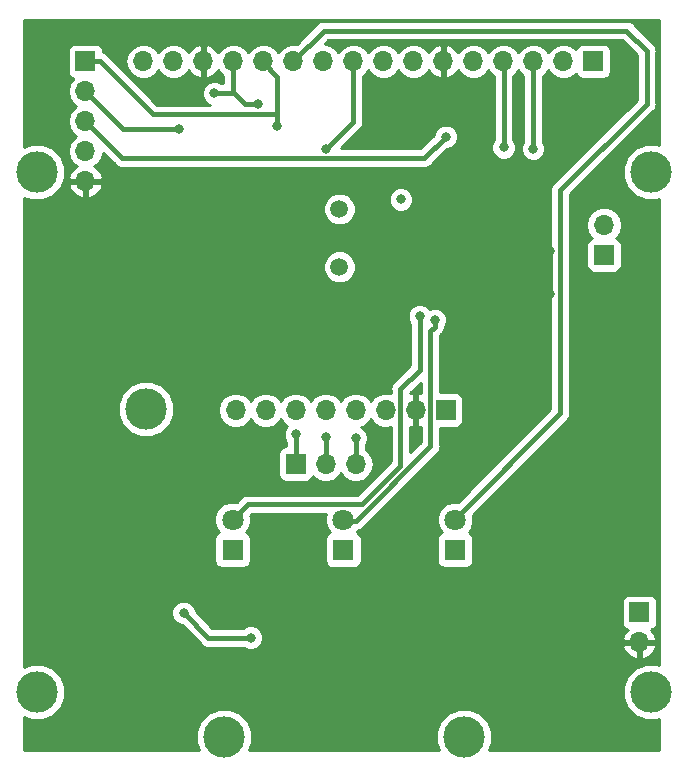
<source format=gbr>
G04 #@! TF.GenerationSoftware,KiCad,Pcbnew,(5.0.2)-1*
G04 #@! TF.CreationDate,2019-02-19T09:56:42+00:00*
G04 #@! TF.ProjectId,AircraftDataLogger,41697263-7261-4667-9444-6174614c6f67,rev?*
G04 #@! TF.SameCoordinates,Original*
G04 #@! TF.FileFunction,Copper,L2,Bot*
G04 #@! TF.FilePolarity,Positive*
%FSLAX46Y46*%
G04 Gerber Fmt 4.6, Leading zero omitted, Abs format (unit mm)*
G04 Created by KiCad (PCBNEW (5.0.2)-1) date 19/02/2019 09:56:42*
%MOMM*%
%LPD*%
G01*
G04 APERTURE LIST*
G04 #@! TA.AperFunction,ComponentPad*
%ADD10C,3.500000*%
G04 #@! TD*
G04 #@! TA.AperFunction,ComponentPad*
%ADD11C,1.800000*%
G04 #@! TD*
G04 #@! TA.AperFunction,ComponentPad*
%ADD12R,1.800000X1.800000*%
G04 #@! TD*
G04 #@! TA.AperFunction,ComponentPad*
%ADD13R,1.700000X1.700000*%
G04 #@! TD*
G04 #@! TA.AperFunction,ComponentPad*
%ADD14O,1.700000X1.700000*%
G04 #@! TD*
G04 #@! TA.AperFunction,ComponentPad*
%ADD15C,1.500000*%
G04 #@! TD*
G04 #@! TA.AperFunction,ViaPad*
%ADD16C,0.800000*%
G04 #@! TD*
G04 #@! TA.AperFunction,Conductor*
%ADD17C,0.400000*%
G04 #@! TD*
G04 #@! TA.AperFunction,Conductor*
%ADD18C,0.254000*%
G04 #@! TD*
G04 APERTURE END LIST*
D10*
G04 #@! TO.P,TL,1*
G04 #@! TO.N,N/C*
X52200000Y-59000000D03*
G04 #@! TD*
G04 #@! TO.P,uSDR,1*
G04 #@! TO.N,N/C*
X88360000Y-106800000D03*
G04 #@! TD*
G04 #@! TO.P,uSDL,1*
G04 #@! TO.N,N/C*
X68040000Y-106800000D03*
G04 #@! TD*
G04 #@! TO.P,BL,1*
G04 #@! TO.N,N/C*
X104200000Y-103000000D03*
G04 #@! TD*
G04 #@! TO.P,TR,1*
G04 #@! TO.N,N/C*
X104200000Y-59000000D03*
G04 #@! TD*
G04 #@! TO.P,GPS,1*
G04 #@! TO.N,N/C*
X61400000Y-79060000D03*
G04 #@! TD*
D11*
G04 #@! TO.P,D1,2*
G04 #@! TO.N,FIX*
X87600000Y-88410000D03*
D12*
G04 #@! TO.P,D1,1*
G04 #@! TO.N,Net-(D1-Pad1)*
X87600000Y-90950000D03*
G04 #@! TD*
G04 #@! TO.P,D2,1*
G04 #@! TO.N,Net-(D2-Pad1)*
X68750000Y-90950000D03*
D11*
G04 #@! TO.P,D2,2*
G04 #@! TO.N,STABLE*
X68750000Y-88410000D03*
G04 #@! TD*
D12*
G04 #@! TO.P,D3,1*
G04 #@! TO.N,Net-(D3-Pad1)*
X78124000Y-90964600D03*
D11*
G04 #@! TO.P,D3,2*
G04 #@! TO.N,REC*
X78124000Y-88424600D03*
G04 #@! TD*
D13*
G04 #@! TO.P,J1,1*
G04 #@! TO.N,Net-(J1-Pad1)*
X86800000Y-79130000D03*
D14*
G04 #@! TO.P,J1,2*
G04 #@! TO.N,GND*
X84260000Y-79130000D03*
G04 #@! TO.P,J1,3*
G04 #@! TO.N,3V3*
X81720000Y-79130000D03*
G04 #@! TO.P,J1,4*
G04 #@! TO.N,SCK*
X79180000Y-79130000D03*
G04 #@! TO.P,J1,5*
G04 #@! TO.N,MISO*
X76640000Y-79130000D03*
G04 #@! TO.P,J1,6*
G04 #@! TO.N,MOSI*
X74100000Y-79130000D03*
G04 #@! TO.P,J1,7*
G04 #@! TO.N,CS*
X71560000Y-79130000D03*
G04 #@! TO.P,J1,8*
G04 #@! TO.N,Net-(J1-Pad8)*
X69020000Y-79130000D03*
G04 #@! TD*
D15*
G04 #@! TO.P,Y1,1*
G04 #@! TO.N,Net-(C2-Pad2)*
X77800000Y-67000000D03*
G04 #@! TO.P,Y1,2*
G04 #@! TO.N,Net-(C1-Pad2)*
X77800000Y-62120000D03*
G04 #@! TD*
D10*
G04 #@! TO.P,BL,1*
G04 #@! TO.N,N/C*
X52200000Y-103000000D03*
G04 #@! TD*
D13*
G04 #@! TO.P,J2,1*
G04 #@! TO.N,Net-(J2-Pad1)*
X99300000Y-49600000D03*
D14*
G04 #@! TO.P,J2,2*
G04 #@! TO.N,Net-(J2-Pad2)*
X96760000Y-49600000D03*
G04 #@! TO.P,J2,3*
G04 #@! TO.N,SDA*
X94220000Y-49600000D03*
G04 #@! TO.P,J2,4*
G04 #@! TO.N,SCL*
X91680000Y-49600000D03*
G04 #@! TO.P,J2,5*
G04 #@! TO.N,3V3*
X89140000Y-49600000D03*
G04 #@! TO.P,J2,6*
G04 #@! TO.N,GND*
X86600000Y-49600000D03*
G04 #@! TO.P,J2,7*
G04 #@! TO.N,Net-(J2-Pad7)*
X84060000Y-49600000D03*
G04 #@! TO.P,J2,8*
G04 #@! TO.N,3V3*
X81520000Y-49600000D03*
G04 #@! TO.P,J2,9*
G04 #@! TO.N,ENABLE*
X78980000Y-49600000D03*
G04 #@! TO.P,J2,10*
G04 #@! TO.N,Net-(J2-Pad10)*
X76440000Y-49600000D03*
G04 #@! TO.P,J2,11*
G04 #@! TO.N,FIX*
X73900000Y-49600000D03*
G04 #@! TO.P,J2,12*
G04 #@! TO.N,TXD*
X71360000Y-49600000D03*
G04 #@! TO.P,J2,13*
G04 #@! TO.N,RXD*
X68820000Y-49600000D03*
G04 #@! TO.P,J2,14*
G04 #@! TO.N,GND*
X66280000Y-49600000D03*
G04 #@! TO.P,J2,15*
G04 #@! TO.N,Net-(J2-Pad15)*
X63740000Y-49600000D03*
G04 #@! TO.P,J2,16*
G04 #@! TO.N,Net-(J2-Pad16)*
X61200000Y-49600000D03*
G04 #@! TD*
G04 #@! TO.P,J4,2*
G04 #@! TO.N,Net-(J4-Pad2)*
X100200000Y-63460000D03*
D13*
G04 #@! TO.P,J4,1*
G04 #@! TO.N,3V3*
X100200000Y-66000000D03*
G04 #@! TD*
G04 #@! TO.P,J5,1*
G04 #@! TO.N,+9V*
X103200000Y-96260000D03*
D14*
G04 #@! TO.P,J5,2*
G04 #@! TO.N,GND*
X103200000Y-98800000D03*
G04 #@! TD*
D13*
G04 #@! TO.P,J6,1*
G04 #@! TO.N,MOSI*
X74100000Y-83700000D03*
D14*
G04 #@! TO.P,J6,2*
G04 #@! TO.N,MISO*
X76640000Y-83700000D03*
G04 #@! TO.P,J6,3*
G04 #@! TO.N,SCK*
X79180000Y-83700000D03*
G04 #@! TD*
D13*
G04 #@! TO.P,J3,1*
G04 #@! TO.N,TXD*
X56300000Y-49600000D03*
D14*
G04 #@! TO.P,J3,2*
G04 #@! TO.N,RXD*
X56300000Y-52140000D03*
G04 #@! TO.P,J3,3*
G04 #@! TO.N,RESET*
X56300000Y-54680000D03*
G04 #@! TO.P,J3,4*
G04 #@! TO.N,5V*
X56300000Y-57220000D03*
G04 #@! TO.P,J3,5*
G04 #@! TO.N,GND*
X56300000Y-59760000D03*
G04 #@! TD*
D16*
G04 #@! TO.N,GND*
X95500000Y-99100000D03*
X64000000Y-98400000D03*
X70500000Y-64300000D03*
X95600000Y-65700000D03*
X95600000Y-69300000D03*
X100200000Y-72900000D03*
X82700000Y-63600000D03*
X97000000Y-83800000D03*
G04 #@! TO.N,3V3*
X83000000Y-61300000D03*
G04 #@! TO.N,STABLE*
X84600000Y-71200000D03*
G04 #@! TO.N,REC*
X85900000Y-71500000D03*
G04 #@! TO.N,RXD*
X70900000Y-53200000D03*
X64200000Y-55300000D03*
X67200000Y-52300000D03*
G04 #@! TO.N,TXD*
X72500000Y-55100000D03*
G04 #@! TO.N,MOSI*
X74100000Y-81200000D03*
G04 #@! TO.N,MISO*
X76700000Y-81400000D03*
G04 #@! TO.N,SCK*
X79200000Y-81500000D03*
G04 #@! TO.N,SDA*
X94200000Y-57000000D03*
G04 #@! TO.N,SCL*
X91700000Y-56900000D03*
G04 #@! TO.N,ENABLE*
X76700000Y-57000000D03*
X64600000Y-96300000D03*
X70300000Y-98400000D03*
G04 #@! TO.N,RESET*
X86800000Y-56000000D03*
G04 #@! TD*
D17*
G04 #@! TO.N,GND*
X69934315Y-64300000D02*
X67134315Y-67100000D01*
X70500000Y-64300000D02*
X69934315Y-64300000D01*
X67134315Y-67100000D02*
X56600000Y-67100000D01*
X95600000Y-65700000D02*
X95600000Y-66265685D01*
X95600000Y-66265685D02*
X95600000Y-69300000D01*
G04 #@! TO.N,FIX*
X73900000Y-49600000D02*
X76500000Y-47000000D01*
X76500000Y-47000000D02*
X102100000Y-47000000D01*
X102100000Y-47000000D02*
X103800000Y-48700000D01*
X103800000Y-48700000D02*
X103800000Y-53200000D01*
X103800000Y-53200000D02*
X96500000Y-60500000D01*
X96500000Y-60500000D02*
X96500000Y-79400000D01*
X96500000Y-79400000D02*
X87500000Y-88400000D01*
G04 #@! TO.N,STABLE*
X70035401Y-87124599D02*
X79675401Y-87124599D01*
X68750000Y-88410000D02*
X70035401Y-87124599D01*
X82970001Y-83829999D02*
X82970001Y-77329999D01*
X79675401Y-87124599D02*
X82970001Y-83829999D01*
X82970001Y-77329999D02*
X84600000Y-75700000D01*
X84600000Y-75700000D02*
X84600000Y-71200000D01*
G04 #@! TO.N,REC*
X85510001Y-72455684D02*
X85510001Y-82189999D01*
X85900000Y-71500000D02*
X85900000Y-72065685D01*
X85900000Y-72065685D02*
X85510001Y-72455684D01*
X85510001Y-82189999D02*
X79200000Y-88500000D01*
X79200000Y-88500000D02*
X78200000Y-88500000D01*
X78200000Y-88500000D02*
X78100000Y-88400000D01*
G04 #@! TO.N,RXD*
X70900000Y-53200000D02*
X69800000Y-53200000D01*
X69800000Y-53200000D02*
X68800000Y-52200000D01*
X68800000Y-52200000D02*
X68800000Y-49800000D01*
X56300000Y-52140000D02*
X59460000Y-55300000D01*
X59460000Y-55300000D02*
X64200000Y-55300000D01*
X68700000Y-52300000D02*
X68800000Y-52200000D01*
X67200000Y-52300000D02*
X68700000Y-52300000D01*
G04 #@! TO.N,TXD*
X72500000Y-50900000D02*
X71300000Y-49700000D01*
X62050000Y-54100000D02*
X72500000Y-54100000D01*
X57550000Y-49600000D02*
X62050000Y-54100000D01*
X56300000Y-49600000D02*
X57550000Y-49600000D01*
X72500000Y-55100000D02*
X72500000Y-54100000D01*
X72500000Y-54100000D02*
X72500000Y-50900000D01*
G04 #@! TO.N,MOSI*
X74100000Y-81200000D02*
X74100000Y-83700000D01*
G04 #@! TO.N,MISO*
X76700000Y-81400000D02*
X76700000Y-83600000D01*
X76700000Y-83600000D02*
X76600000Y-83700000D01*
G04 #@! TO.N,SCK*
X79200000Y-81500000D02*
X79200000Y-83700000D01*
G04 #@! TO.N,SDA*
X94200000Y-57000000D02*
X94200000Y-49600000D01*
G04 #@! TO.N,SCL*
X91700000Y-56900000D02*
X91700000Y-49700000D01*
G04 #@! TO.N,ENABLE*
X78980000Y-49600000D02*
X78980000Y-54720000D01*
X78980000Y-54720000D02*
X76700000Y-57000000D01*
X64600000Y-96300000D02*
X66700000Y-98400000D01*
X66700000Y-98400000D02*
X70300000Y-98400000D01*
G04 #@! TO.N,RESET*
X56300000Y-54680000D02*
X59420000Y-57800000D01*
X59420000Y-57800000D02*
X85000000Y-57800000D01*
X85000000Y-57800000D02*
X86800000Y-56000000D01*
G04 #@! TD*
D18*
G04 #@! TO.N,GND*
G36*
X104873000Y-56697261D02*
X104674406Y-56615000D01*
X103725594Y-56615000D01*
X102849006Y-56978095D01*
X102178095Y-57649006D01*
X101815000Y-58525594D01*
X101815000Y-59474406D01*
X102178095Y-60350994D01*
X102849006Y-61021905D01*
X103725594Y-61385000D01*
X104674406Y-61385000D01*
X104873000Y-61302739D01*
X104873000Y-100697260D01*
X104674406Y-100615000D01*
X103725594Y-100615000D01*
X102849006Y-100978095D01*
X102178095Y-101649006D01*
X101815000Y-102525594D01*
X101815000Y-103474406D01*
X102178095Y-104350994D01*
X102849006Y-105021905D01*
X103725594Y-105385000D01*
X104674406Y-105385000D01*
X104873000Y-105302740D01*
X104873000Y-107873000D01*
X90497054Y-107873000D01*
X90745000Y-107274406D01*
X90745000Y-106325594D01*
X90381905Y-105449006D01*
X89710994Y-104778095D01*
X88834406Y-104415000D01*
X87885594Y-104415000D01*
X87009006Y-104778095D01*
X86338095Y-105449006D01*
X85975000Y-106325594D01*
X85975000Y-107274406D01*
X86222946Y-107873000D01*
X70177054Y-107873000D01*
X70425000Y-107274406D01*
X70425000Y-106325594D01*
X70061905Y-105449006D01*
X69390994Y-104778095D01*
X68514406Y-104415000D01*
X67565594Y-104415000D01*
X66689006Y-104778095D01*
X66018095Y-105449006D01*
X65655000Y-106325594D01*
X65655000Y-107274406D01*
X65902946Y-107873000D01*
X51127000Y-107873000D01*
X51127000Y-105137054D01*
X51725594Y-105385000D01*
X52674406Y-105385000D01*
X53550994Y-105021905D01*
X54221905Y-104350994D01*
X54585000Y-103474406D01*
X54585000Y-102525594D01*
X54221905Y-101649006D01*
X53550994Y-100978095D01*
X52674406Y-100615000D01*
X51725594Y-100615000D01*
X51127000Y-100862946D01*
X51127000Y-96094126D01*
X63565000Y-96094126D01*
X63565000Y-96505874D01*
X63722569Y-96886280D01*
X64013720Y-97177431D01*
X64394126Y-97335000D01*
X64454133Y-97335000D01*
X66051417Y-98932285D01*
X66097999Y-99002001D01*
X66374199Y-99186552D01*
X66617763Y-99235000D01*
X66617766Y-99235000D01*
X66699999Y-99251357D01*
X66782232Y-99235000D01*
X69671289Y-99235000D01*
X69713720Y-99277431D01*
X70094126Y-99435000D01*
X70505874Y-99435000D01*
X70886280Y-99277431D01*
X71006821Y-99156890D01*
X101758524Y-99156890D01*
X101928355Y-99566924D01*
X102318642Y-99995183D01*
X102843108Y-100241486D01*
X103073000Y-100120819D01*
X103073000Y-98927000D01*
X103327000Y-98927000D01*
X103327000Y-100120819D01*
X103556892Y-100241486D01*
X104081358Y-99995183D01*
X104471645Y-99566924D01*
X104641476Y-99156890D01*
X104520155Y-98927000D01*
X103327000Y-98927000D01*
X103073000Y-98927000D01*
X101879845Y-98927000D01*
X101758524Y-99156890D01*
X71006821Y-99156890D01*
X71177431Y-98986280D01*
X71335000Y-98605874D01*
X71335000Y-98194126D01*
X71177431Y-97813720D01*
X70886280Y-97522569D01*
X70505874Y-97365000D01*
X70094126Y-97365000D01*
X69713720Y-97522569D01*
X69671289Y-97565000D01*
X67045869Y-97565000D01*
X65635000Y-96154133D01*
X65635000Y-96094126D01*
X65477431Y-95713720D01*
X65186280Y-95422569D01*
X65155936Y-95410000D01*
X101702560Y-95410000D01*
X101702560Y-97110000D01*
X101751843Y-97357765D01*
X101892191Y-97567809D01*
X102102235Y-97708157D01*
X102205708Y-97728739D01*
X101928355Y-98033076D01*
X101758524Y-98443110D01*
X101879845Y-98673000D01*
X103073000Y-98673000D01*
X103073000Y-98653000D01*
X103327000Y-98653000D01*
X103327000Y-98673000D01*
X104520155Y-98673000D01*
X104641476Y-98443110D01*
X104471645Y-98033076D01*
X104194292Y-97728739D01*
X104297765Y-97708157D01*
X104507809Y-97567809D01*
X104648157Y-97357765D01*
X104697440Y-97110000D01*
X104697440Y-95410000D01*
X104648157Y-95162235D01*
X104507809Y-94952191D01*
X104297765Y-94811843D01*
X104050000Y-94762560D01*
X102350000Y-94762560D01*
X102102235Y-94811843D01*
X101892191Y-94952191D01*
X101751843Y-95162235D01*
X101702560Y-95410000D01*
X65155936Y-95410000D01*
X64805874Y-95265000D01*
X64394126Y-95265000D01*
X64013720Y-95422569D01*
X63722569Y-95713720D01*
X63565000Y-96094126D01*
X51127000Y-96094126D01*
X51127000Y-90050000D01*
X67202560Y-90050000D01*
X67202560Y-91850000D01*
X67251843Y-92097765D01*
X67392191Y-92307809D01*
X67602235Y-92448157D01*
X67850000Y-92497440D01*
X69650000Y-92497440D01*
X69897765Y-92448157D01*
X70107809Y-92307809D01*
X70248157Y-92097765D01*
X70297440Y-91850000D01*
X70297440Y-90050000D01*
X70248157Y-89802235D01*
X70107809Y-89592191D01*
X69897765Y-89451843D01*
X69882092Y-89448725D01*
X70051310Y-89279507D01*
X70285000Y-88715330D01*
X70285000Y-88104670D01*
X70270706Y-88070162D01*
X70381269Y-87959599D01*
X76655138Y-87959599D01*
X76589000Y-88119270D01*
X76589000Y-88729930D01*
X76822690Y-89294107D01*
X76991908Y-89463325D01*
X76976235Y-89466443D01*
X76766191Y-89606791D01*
X76625843Y-89816835D01*
X76576560Y-90064600D01*
X76576560Y-91864600D01*
X76625843Y-92112365D01*
X76766191Y-92322409D01*
X76976235Y-92462757D01*
X77224000Y-92512040D01*
X79024000Y-92512040D01*
X79271765Y-92462757D01*
X79481809Y-92322409D01*
X79622157Y-92112365D01*
X79671440Y-91864600D01*
X79671440Y-90064600D01*
X79622157Y-89816835D01*
X79481809Y-89606791D01*
X79271765Y-89466443D01*
X79256092Y-89463325D01*
X79409789Y-89309628D01*
X79525801Y-89286552D01*
X79802001Y-89102001D01*
X79848587Y-89032280D01*
X86042284Y-82838584D01*
X86112002Y-82792000D01*
X86296553Y-82515800D01*
X86345001Y-82272236D01*
X86345001Y-82272232D01*
X86361358Y-82189999D01*
X86345001Y-82107766D01*
X86345001Y-80627440D01*
X87650000Y-80627440D01*
X87897765Y-80578157D01*
X88107809Y-80437809D01*
X88248157Y-80227765D01*
X88297440Y-79980000D01*
X88297440Y-78280000D01*
X88248157Y-78032235D01*
X88107809Y-77822191D01*
X87897765Y-77681843D01*
X87650000Y-77632560D01*
X86345001Y-77632560D01*
X86345001Y-72801551D01*
X86432280Y-72714272D01*
X86502001Y-72667686D01*
X86686552Y-72391486D01*
X86735000Y-72147922D01*
X86739770Y-72123941D01*
X86777431Y-72086280D01*
X86935000Y-71705874D01*
X86935000Y-71294126D01*
X86777431Y-70913720D01*
X86486280Y-70622569D01*
X86105874Y-70465000D01*
X85694126Y-70465000D01*
X85435738Y-70572027D01*
X85186280Y-70322569D01*
X84805874Y-70165000D01*
X84394126Y-70165000D01*
X84013720Y-70322569D01*
X83722569Y-70613720D01*
X83565000Y-70994126D01*
X83565000Y-71405874D01*
X83722569Y-71786280D01*
X83765001Y-71828712D01*
X83765000Y-75354132D01*
X82437719Y-76681414D01*
X82368001Y-76727998D01*
X82321417Y-76797716D01*
X82183449Y-77004199D01*
X82118644Y-77329999D01*
X82135002Y-77412237D01*
X82135002Y-77698457D01*
X81866256Y-77645000D01*
X81573744Y-77645000D01*
X81140582Y-77731161D01*
X80649375Y-78059375D01*
X80450000Y-78357761D01*
X80250625Y-78059375D01*
X79759418Y-77731161D01*
X79326256Y-77645000D01*
X79033744Y-77645000D01*
X78600582Y-77731161D01*
X78109375Y-78059375D01*
X77910000Y-78357761D01*
X77710625Y-78059375D01*
X77219418Y-77731161D01*
X76786256Y-77645000D01*
X76493744Y-77645000D01*
X76060582Y-77731161D01*
X75569375Y-78059375D01*
X75370000Y-78357761D01*
X75170625Y-78059375D01*
X74679418Y-77731161D01*
X74246256Y-77645000D01*
X73953744Y-77645000D01*
X73520582Y-77731161D01*
X73029375Y-78059375D01*
X72830000Y-78357761D01*
X72630625Y-78059375D01*
X72139418Y-77731161D01*
X71706256Y-77645000D01*
X71413744Y-77645000D01*
X70980582Y-77731161D01*
X70489375Y-78059375D01*
X70290000Y-78357761D01*
X70090625Y-78059375D01*
X69599418Y-77731161D01*
X69166256Y-77645000D01*
X68873744Y-77645000D01*
X68440582Y-77731161D01*
X67949375Y-78059375D01*
X67621161Y-78550582D01*
X67505908Y-79130000D01*
X67621161Y-79709418D01*
X67949375Y-80200625D01*
X68440582Y-80528839D01*
X68873744Y-80615000D01*
X69166256Y-80615000D01*
X69599418Y-80528839D01*
X70090625Y-80200625D01*
X70290000Y-79902239D01*
X70489375Y-80200625D01*
X70980582Y-80528839D01*
X71413744Y-80615000D01*
X71706256Y-80615000D01*
X72139418Y-80528839D01*
X72630625Y-80200625D01*
X72830000Y-79902239D01*
X73029375Y-80200625D01*
X73392819Y-80443470D01*
X73222569Y-80613720D01*
X73065000Y-80994126D01*
X73065000Y-81405874D01*
X73222569Y-81786280D01*
X73265000Y-81828711D01*
X73265000Y-82202560D01*
X73250000Y-82202560D01*
X73002235Y-82251843D01*
X72792191Y-82392191D01*
X72651843Y-82602235D01*
X72602560Y-82850000D01*
X72602560Y-84550000D01*
X72651843Y-84797765D01*
X72792191Y-85007809D01*
X73002235Y-85148157D01*
X73250000Y-85197440D01*
X74950000Y-85197440D01*
X75197765Y-85148157D01*
X75407809Y-85007809D01*
X75548157Y-84797765D01*
X75557184Y-84752381D01*
X75569375Y-84770625D01*
X76060582Y-85098839D01*
X76493744Y-85185000D01*
X76786256Y-85185000D01*
X77219418Y-85098839D01*
X77710625Y-84770625D01*
X77910000Y-84472239D01*
X78109375Y-84770625D01*
X78600582Y-85098839D01*
X79033744Y-85185000D01*
X79326256Y-85185000D01*
X79759418Y-85098839D01*
X80250625Y-84770625D01*
X80578839Y-84279418D01*
X80694092Y-83700000D01*
X80578839Y-83120582D01*
X80250625Y-82629375D01*
X80035000Y-82485299D01*
X80035000Y-82128711D01*
X80077431Y-82086280D01*
X80235000Y-81705874D01*
X80235000Y-81294126D01*
X80077431Y-80913720D01*
X79786280Y-80622569D01*
X79624693Y-80555637D01*
X79759418Y-80528839D01*
X80250625Y-80200625D01*
X80450000Y-79902239D01*
X80649375Y-80200625D01*
X81140582Y-80528839D01*
X81573744Y-80615000D01*
X81866256Y-80615000D01*
X82135002Y-80561543D01*
X82135001Y-83484131D01*
X79329534Y-86289599D01*
X70117638Y-86289599D01*
X70035401Y-86273241D01*
X69953164Y-86289599D01*
X69709600Y-86338047D01*
X69433400Y-86522598D01*
X69386816Y-86592316D01*
X69089838Y-86889294D01*
X69055330Y-86875000D01*
X68444670Y-86875000D01*
X67880493Y-87108690D01*
X67448690Y-87540493D01*
X67215000Y-88104670D01*
X67215000Y-88715330D01*
X67448690Y-89279507D01*
X67617908Y-89448725D01*
X67602235Y-89451843D01*
X67392191Y-89592191D01*
X67251843Y-89802235D01*
X67202560Y-90050000D01*
X51127000Y-90050000D01*
X51127000Y-78585594D01*
X59015000Y-78585594D01*
X59015000Y-79534406D01*
X59378095Y-80410994D01*
X60049006Y-81081905D01*
X60925594Y-81445000D01*
X61874406Y-81445000D01*
X62750994Y-81081905D01*
X63421905Y-80410994D01*
X63785000Y-79534406D01*
X63785000Y-78585594D01*
X63421905Y-77709006D01*
X62750994Y-77038095D01*
X61874406Y-76675000D01*
X60925594Y-76675000D01*
X60049006Y-77038095D01*
X59378095Y-77709006D01*
X59015000Y-78585594D01*
X51127000Y-78585594D01*
X51127000Y-66724506D01*
X76415000Y-66724506D01*
X76415000Y-67275494D01*
X76625853Y-67784540D01*
X77015460Y-68174147D01*
X77524506Y-68385000D01*
X78075494Y-68385000D01*
X78584540Y-68174147D01*
X78974147Y-67784540D01*
X79185000Y-67275494D01*
X79185000Y-66724506D01*
X78974147Y-66215460D01*
X78584540Y-65825853D01*
X78075494Y-65615000D01*
X77524506Y-65615000D01*
X77015460Y-65825853D01*
X76625853Y-66215460D01*
X76415000Y-66724506D01*
X51127000Y-66724506D01*
X51127000Y-61844506D01*
X76415000Y-61844506D01*
X76415000Y-62395494D01*
X76625853Y-62904540D01*
X77015460Y-63294147D01*
X77524506Y-63505000D01*
X78075494Y-63505000D01*
X78584540Y-63294147D01*
X78974147Y-62904540D01*
X79185000Y-62395494D01*
X79185000Y-61844506D01*
X78974147Y-61335460D01*
X78732813Y-61094126D01*
X81965000Y-61094126D01*
X81965000Y-61505874D01*
X82122569Y-61886280D01*
X82413720Y-62177431D01*
X82794126Y-62335000D01*
X83205874Y-62335000D01*
X83586280Y-62177431D01*
X83877431Y-61886280D01*
X84035000Y-61505874D01*
X84035000Y-61094126D01*
X83877431Y-60713720D01*
X83586280Y-60422569D01*
X83205874Y-60265000D01*
X82794126Y-60265000D01*
X82413720Y-60422569D01*
X82122569Y-60713720D01*
X81965000Y-61094126D01*
X78732813Y-61094126D01*
X78584540Y-60945853D01*
X78075494Y-60735000D01*
X77524506Y-60735000D01*
X77015460Y-60945853D01*
X76625853Y-61335460D01*
X76415000Y-61844506D01*
X51127000Y-61844506D01*
X51127000Y-61137054D01*
X51725594Y-61385000D01*
X52674406Y-61385000D01*
X53550994Y-61021905D01*
X54221905Y-60350994D01*
X54318874Y-60116890D01*
X54858524Y-60116890D01*
X55028355Y-60526924D01*
X55418642Y-60955183D01*
X55943108Y-61201486D01*
X56173000Y-61080819D01*
X56173000Y-59887000D01*
X56427000Y-59887000D01*
X56427000Y-61080819D01*
X56656892Y-61201486D01*
X57181358Y-60955183D01*
X57571645Y-60526924D01*
X57741476Y-60116890D01*
X57620155Y-59887000D01*
X56427000Y-59887000D01*
X56173000Y-59887000D01*
X54979845Y-59887000D01*
X54858524Y-60116890D01*
X54318874Y-60116890D01*
X54585000Y-59474406D01*
X54585000Y-58525594D01*
X54221905Y-57649006D01*
X53550994Y-56978095D01*
X52674406Y-56615000D01*
X51725594Y-56615000D01*
X51127000Y-56862946D01*
X51127000Y-52140000D01*
X54785908Y-52140000D01*
X54901161Y-52719418D01*
X55229375Y-53210625D01*
X55527761Y-53410000D01*
X55229375Y-53609375D01*
X54901161Y-54100582D01*
X54785908Y-54680000D01*
X54901161Y-55259418D01*
X55229375Y-55750625D01*
X55527761Y-55950000D01*
X55229375Y-56149375D01*
X54901161Y-56640582D01*
X54785908Y-57220000D01*
X54901161Y-57799418D01*
X55229375Y-58290625D01*
X55548478Y-58503843D01*
X55418642Y-58564817D01*
X55028355Y-58993076D01*
X54858524Y-59403110D01*
X54979845Y-59633000D01*
X56173000Y-59633000D01*
X56173000Y-59613000D01*
X56427000Y-59613000D01*
X56427000Y-59633000D01*
X57620155Y-59633000D01*
X57741476Y-59403110D01*
X57571645Y-58993076D01*
X57181358Y-58564817D01*
X57051522Y-58503843D01*
X57370625Y-58290625D01*
X57698839Y-57799418D01*
X57788383Y-57349251D01*
X58771417Y-58332286D01*
X58817999Y-58402001D01*
X59094199Y-58586552D01*
X59337763Y-58635000D01*
X59337766Y-58635000D01*
X59419999Y-58651357D01*
X59502232Y-58635000D01*
X84917767Y-58635000D01*
X85000000Y-58651357D01*
X85082233Y-58635000D01*
X85082237Y-58635000D01*
X85325801Y-58586552D01*
X85602001Y-58402001D01*
X85648587Y-58332280D01*
X86945868Y-57035000D01*
X87005874Y-57035000D01*
X87386280Y-56877431D01*
X87677431Y-56586280D01*
X87835000Y-56205874D01*
X87835000Y-55794126D01*
X87677431Y-55413720D01*
X87386280Y-55122569D01*
X87005874Y-54965000D01*
X86594126Y-54965000D01*
X86213720Y-55122569D01*
X85922569Y-55413720D01*
X85765000Y-55794126D01*
X85765000Y-55854132D01*
X84654133Y-56965000D01*
X77915867Y-56965000D01*
X79512283Y-55368585D01*
X79582001Y-55322001D01*
X79766552Y-55045801D01*
X79815000Y-54802237D01*
X79831358Y-54720000D01*
X79815000Y-54637763D01*
X79815000Y-50828065D01*
X80050625Y-50670625D01*
X80250000Y-50372239D01*
X80449375Y-50670625D01*
X80940582Y-50998839D01*
X81373744Y-51085000D01*
X81666256Y-51085000D01*
X82099418Y-50998839D01*
X82590625Y-50670625D01*
X82790000Y-50372239D01*
X82989375Y-50670625D01*
X83480582Y-50998839D01*
X83913744Y-51085000D01*
X84206256Y-51085000D01*
X84639418Y-50998839D01*
X85130625Y-50670625D01*
X85343843Y-50351522D01*
X85404817Y-50481358D01*
X85833076Y-50871645D01*
X86243110Y-51041476D01*
X86473000Y-50920155D01*
X86473000Y-49727000D01*
X86453000Y-49727000D01*
X86453000Y-49473000D01*
X86473000Y-49473000D01*
X86473000Y-48279845D01*
X86727000Y-48279845D01*
X86727000Y-49473000D01*
X86747000Y-49473000D01*
X86747000Y-49727000D01*
X86727000Y-49727000D01*
X86727000Y-50920155D01*
X86956890Y-51041476D01*
X87366924Y-50871645D01*
X87795183Y-50481358D01*
X87856157Y-50351522D01*
X88069375Y-50670625D01*
X88560582Y-50998839D01*
X88993744Y-51085000D01*
X89286256Y-51085000D01*
X89719418Y-50998839D01*
X90210625Y-50670625D01*
X90410000Y-50372239D01*
X90609375Y-50670625D01*
X90865001Y-50841429D01*
X90865000Y-56271289D01*
X90822569Y-56313720D01*
X90665000Y-56694126D01*
X90665000Y-57105874D01*
X90822569Y-57486280D01*
X91113720Y-57777431D01*
X91494126Y-57935000D01*
X91905874Y-57935000D01*
X92286280Y-57777431D01*
X92577431Y-57486280D01*
X92735000Y-57105874D01*
X92735000Y-56694126D01*
X92577431Y-56313720D01*
X92535000Y-56271289D01*
X92535000Y-50814701D01*
X92750625Y-50670625D01*
X92950000Y-50372239D01*
X93149375Y-50670625D01*
X93365001Y-50814702D01*
X93365000Y-56371289D01*
X93322569Y-56413720D01*
X93165000Y-56794126D01*
X93165000Y-57205874D01*
X93322569Y-57586280D01*
X93613720Y-57877431D01*
X93994126Y-58035000D01*
X94405874Y-58035000D01*
X94786280Y-57877431D01*
X95077431Y-57586280D01*
X95235000Y-57205874D01*
X95235000Y-56794126D01*
X95077431Y-56413720D01*
X95035000Y-56371289D01*
X95035000Y-50841428D01*
X95290625Y-50670625D01*
X95490000Y-50372239D01*
X95689375Y-50670625D01*
X96180582Y-50998839D01*
X96613744Y-51085000D01*
X96906256Y-51085000D01*
X97339418Y-50998839D01*
X97830625Y-50670625D01*
X97842816Y-50652381D01*
X97851843Y-50697765D01*
X97992191Y-50907809D01*
X98202235Y-51048157D01*
X98450000Y-51097440D01*
X100150000Y-51097440D01*
X100397765Y-51048157D01*
X100607809Y-50907809D01*
X100748157Y-50697765D01*
X100797440Y-50450000D01*
X100797440Y-48750000D01*
X100748157Y-48502235D01*
X100607809Y-48292191D01*
X100397765Y-48151843D01*
X100150000Y-48102560D01*
X98450000Y-48102560D01*
X98202235Y-48151843D01*
X97992191Y-48292191D01*
X97851843Y-48502235D01*
X97842816Y-48547619D01*
X97830625Y-48529375D01*
X97339418Y-48201161D01*
X96906256Y-48115000D01*
X96613744Y-48115000D01*
X96180582Y-48201161D01*
X95689375Y-48529375D01*
X95490000Y-48827761D01*
X95290625Y-48529375D01*
X94799418Y-48201161D01*
X94366256Y-48115000D01*
X94073744Y-48115000D01*
X93640582Y-48201161D01*
X93149375Y-48529375D01*
X92950000Y-48827761D01*
X92750625Y-48529375D01*
X92259418Y-48201161D01*
X91826256Y-48115000D01*
X91533744Y-48115000D01*
X91100582Y-48201161D01*
X90609375Y-48529375D01*
X90410000Y-48827761D01*
X90210625Y-48529375D01*
X89719418Y-48201161D01*
X89286256Y-48115000D01*
X88993744Y-48115000D01*
X88560582Y-48201161D01*
X88069375Y-48529375D01*
X87856157Y-48848478D01*
X87795183Y-48718642D01*
X87366924Y-48328355D01*
X86956890Y-48158524D01*
X86727000Y-48279845D01*
X86473000Y-48279845D01*
X86243110Y-48158524D01*
X85833076Y-48328355D01*
X85404817Y-48718642D01*
X85343843Y-48848478D01*
X85130625Y-48529375D01*
X84639418Y-48201161D01*
X84206256Y-48115000D01*
X83913744Y-48115000D01*
X83480582Y-48201161D01*
X82989375Y-48529375D01*
X82790000Y-48827761D01*
X82590625Y-48529375D01*
X82099418Y-48201161D01*
X81666256Y-48115000D01*
X81373744Y-48115000D01*
X80940582Y-48201161D01*
X80449375Y-48529375D01*
X80250000Y-48827761D01*
X80050625Y-48529375D01*
X79559418Y-48201161D01*
X79126256Y-48115000D01*
X78833744Y-48115000D01*
X78400582Y-48201161D01*
X77909375Y-48529375D01*
X77710000Y-48827761D01*
X77510625Y-48529375D01*
X77019418Y-48201161D01*
X76586256Y-48115000D01*
X76565869Y-48115000D01*
X76845869Y-47835000D01*
X101754133Y-47835000D01*
X102965000Y-49045868D01*
X102965001Y-52854131D01*
X95967720Y-59851413D01*
X95897999Y-59897999D01*
X95713448Y-60174200D01*
X95665000Y-60417764D01*
X95665000Y-60417767D01*
X95648643Y-60500000D01*
X95665000Y-60582233D01*
X95665001Y-79054131D01*
X87844133Y-86875000D01*
X87294670Y-86875000D01*
X86730493Y-87108690D01*
X86298690Y-87540493D01*
X86065000Y-88104670D01*
X86065000Y-88715330D01*
X86298690Y-89279507D01*
X86467908Y-89448725D01*
X86452235Y-89451843D01*
X86242191Y-89592191D01*
X86101843Y-89802235D01*
X86052560Y-90050000D01*
X86052560Y-91850000D01*
X86101843Y-92097765D01*
X86242191Y-92307809D01*
X86452235Y-92448157D01*
X86700000Y-92497440D01*
X88500000Y-92497440D01*
X88747765Y-92448157D01*
X88957809Y-92307809D01*
X89098157Y-92097765D01*
X89147440Y-91850000D01*
X89147440Y-90050000D01*
X89098157Y-89802235D01*
X88957809Y-89592191D01*
X88747765Y-89451843D01*
X88732092Y-89448725D01*
X88901310Y-89279507D01*
X89135000Y-88715330D01*
X89135000Y-88104670D01*
X89088488Y-87992379D01*
X97032283Y-80048585D01*
X97102001Y-80002001D01*
X97286552Y-79725801D01*
X97335000Y-79482237D01*
X97335000Y-79482234D01*
X97351357Y-79400001D01*
X97335000Y-79317768D01*
X97335000Y-63460000D01*
X98685908Y-63460000D01*
X98801161Y-64039418D01*
X99129375Y-64530625D01*
X99147619Y-64542816D01*
X99102235Y-64551843D01*
X98892191Y-64692191D01*
X98751843Y-64902235D01*
X98702560Y-65150000D01*
X98702560Y-66850000D01*
X98751843Y-67097765D01*
X98892191Y-67307809D01*
X99102235Y-67448157D01*
X99350000Y-67497440D01*
X101050000Y-67497440D01*
X101297765Y-67448157D01*
X101507809Y-67307809D01*
X101648157Y-67097765D01*
X101697440Y-66850000D01*
X101697440Y-65150000D01*
X101648157Y-64902235D01*
X101507809Y-64692191D01*
X101297765Y-64551843D01*
X101252381Y-64542816D01*
X101270625Y-64530625D01*
X101598839Y-64039418D01*
X101714092Y-63460000D01*
X101598839Y-62880582D01*
X101270625Y-62389375D01*
X100779418Y-62061161D01*
X100346256Y-61975000D01*
X100053744Y-61975000D01*
X99620582Y-62061161D01*
X99129375Y-62389375D01*
X98801161Y-62880582D01*
X98685908Y-63460000D01*
X97335000Y-63460000D01*
X97335000Y-60845867D01*
X104332283Y-53848585D01*
X104402001Y-53802001D01*
X104586552Y-53525801D01*
X104635000Y-53282237D01*
X104635000Y-53282234D01*
X104651357Y-53200001D01*
X104635000Y-53117768D01*
X104635000Y-48782232D01*
X104651357Y-48699999D01*
X104635000Y-48617764D01*
X104635000Y-48617763D01*
X104586552Y-48374199D01*
X104402001Y-48097999D01*
X104332283Y-48051415D01*
X102748587Y-46467720D01*
X102702001Y-46397999D01*
X102425801Y-46213448D01*
X102182237Y-46165000D01*
X102182233Y-46165000D01*
X102100000Y-46148643D01*
X102017767Y-46165000D01*
X76582232Y-46165000D01*
X76499999Y-46148643D01*
X76417766Y-46165000D01*
X76417763Y-46165000D01*
X76174199Y-46213448D01*
X75897999Y-46397999D01*
X75851417Y-46467715D01*
X74177939Y-48141193D01*
X74046256Y-48115000D01*
X73753744Y-48115000D01*
X73320582Y-48201161D01*
X72829375Y-48529375D01*
X72630000Y-48827761D01*
X72430625Y-48529375D01*
X71939418Y-48201161D01*
X71506256Y-48115000D01*
X71213744Y-48115000D01*
X70780582Y-48201161D01*
X70289375Y-48529375D01*
X70090000Y-48827761D01*
X69890625Y-48529375D01*
X69399418Y-48201161D01*
X68966256Y-48115000D01*
X68673744Y-48115000D01*
X68240582Y-48201161D01*
X67749375Y-48529375D01*
X67536157Y-48848478D01*
X67475183Y-48718642D01*
X67046924Y-48328355D01*
X66636890Y-48158524D01*
X66407000Y-48279845D01*
X66407000Y-49473000D01*
X66427000Y-49473000D01*
X66427000Y-49727000D01*
X66407000Y-49727000D01*
X66407000Y-50920155D01*
X66636890Y-51041476D01*
X67046924Y-50871645D01*
X67475183Y-50481358D01*
X67536157Y-50351522D01*
X67749375Y-50670625D01*
X67965001Y-50814701D01*
X67965000Y-51465000D01*
X67828711Y-51465000D01*
X67786280Y-51422569D01*
X67405874Y-51265000D01*
X66994126Y-51265000D01*
X66613720Y-51422569D01*
X66322569Y-51713720D01*
X66165000Y-52094126D01*
X66165000Y-52505874D01*
X66322569Y-52886280D01*
X66613720Y-53177431D01*
X66825131Y-53265000D01*
X62395868Y-53265000D01*
X58730868Y-49600000D01*
X59685908Y-49600000D01*
X59801161Y-50179418D01*
X60129375Y-50670625D01*
X60620582Y-50998839D01*
X61053744Y-51085000D01*
X61346256Y-51085000D01*
X61779418Y-50998839D01*
X62270625Y-50670625D01*
X62470000Y-50372239D01*
X62669375Y-50670625D01*
X63160582Y-50998839D01*
X63593744Y-51085000D01*
X63886256Y-51085000D01*
X64319418Y-50998839D01*
X64810625Y-50670625D01*
X65023843Y-50351522D01*
X65084817Y-50481358D01*
X65513076Y-50871645D01*
X65923110Y-51041476D01*
X66153000Y-50920155D01*
X66153000Y-49727000D01*
X66133000Y-49727000D01*
X66133000Y-49473000D01*
X66153000Y-49473000D01*
X66153000Y-48279845D01*
X65923110Y-48158524D01*
X65513076Y-48328355D01*
X65084817Y-48718642D01*
X65023843Y-48848478D01*
X64810625Y-48529375D01*
X64319418Y-48201161D01*
X63886256Y-48115000D01*
X63593744Y-48115000D01*
X63160582Y-48201161D01*
X62669375Y-48529375D01*
X62470000Y-48827761D01*
X62270625Y-48529375D01*
X61779418Y-48201161D01*
X61346256Y-48115000D01*
X61053744Y-48115000D01*
X60620582Y-48201161D01*
X60129375Y-48529375D01*
X59801161Y-49020582D01*
X59685908Y-49600000D01*
X58730868Y-49600000D01*
X58198587Y-49067720D01*
X58152001Y-48997999D01*
X57875801Y-48813448D01*
X57797440Y-48797861D01*
X57797440Y-48750000D01*
X57748157Y-48502235D01*
X57607809Y-48292191D01*
X57397765Y-48151843D01*
X57150000Y-48102560D01*
X55450000Y-48102560D01*
X55202235Y-48151843D01*
X54992191Y-48292191D01*
X54851843Y-48502235D01*
X54802560Y-48750000D01*
X54802560Y-50450000D01*
X54851843Y-50697765D01*
X54992191Y-50907809D01*
X55202235Y-51048157D01*
X55247619Y-51057184D01*
X55229375Y-51069375D01*
X54901161Y-51560582D01*
X54785908Y-52140000D01*
X51127000Y-52140000D01*
X51127000Y-46127000D01*
X104873000Y-46127000D01*
X104873000Y-56697261D01*
X104873000Y-56697261D01*
G37*
X104873000Y-56697261D02*
X104674406Y-56615000D01*
X103725594Y-56615000D01*
X102849006Y-56978095D01*
X102178095Y-57649006D01*
X101815000Y-58525594D01*
X101815000Y-59474406D01*
X102178095Y-60350994D01*
X102849006Y-61021905D01*
X103725594Y-61385000D01*
X104674406Y-61385000D01*
X104873000Y-61302739D01*
X104873000Y-100697260D01*
X104674406Y-100615000D01*
X103725594Y-100615000D01*
X102849006Y-100978095D01*
X102178095Y-101649006D01*
X101815000Y-102525594D01*
X101815000Y-103474406D01*
X102178095Y-104350994D01*
X102849006Y-105021905D01*
X103725594Y-105385000D01*
X104674406Y-105385000D01*
X104873000Y-105302740D01*
X104873000Y-107873000D01*
X90497054Y-107873000D01*
X90745000Y-107274406D01*
X90745000Y-106325594D01*
X90381905Y-105449006D01*
X89710994Y-104778095D01*
X88834406Y-104415000D01*
X87885594Y-104415000D01*
X87009006Y-104778095D01*
X86338095Y-105449006D01*
X85975000Y-106325594D01*
X85975000Y-107274406D01*
X86222946Y-107873000D01*
X70177054Y-107873000D01*
X70425000Y-107274406D01*
X70425000Y-106325594D01*
X70061905Y-105449006D01*
X69390994Y-104778095D01*
X68514406Y-104415000D01*
X67565594Y-104415000D01*
X66689006Y-104778095D01*
X66018095Y-105449006D01*
X65655000Y-106325594D01*
X65655000Y-107274406D01*
X65902946Y-107873000D01*
X51127000Y-107873000D01*
X51127000Y-105137054D01*
X51725594Y-105385000D01*
X52674406Y-105385000D01*
X53550994Y-105021905D01*
X54221905Y-104350994D01*
X54585000Y-103474406D01*
X54585000Y-102525594D01*
X54221905Y-101649006D01*
X53550994Y-100978095D01*
X52674406Y-100615000D01*
X51725594Y-100615000D01*
X51127000Y-100862946D01*
X51127000Y-96094126D01*
X63565000Y-96094126D01*
X63565000Y-96505874D01*
X63722569Y-96886280D01*
X64013720Y-97177431D01*
X64394126Y-97335000D01*
X64454133Y-97335000D01*
X66051417Y-98932285D01*
X66097999Y-99002001D01*
X66374199Y-99186552D01*
X66617763Y-99235000D01*
X66617766Y-99235000D01*
X66699999Y-99251357D01*
X66782232Y-99235000D01*
X69671289Y-99235000D01*
X69713720Y-99277431D01*
X70094126Y-99435000D01*
X70505874Y-99435000D01*
X70886280Y-99277431D01*
X71006821Y-99156890D01*
X101758524Y-99156890D01*
X101928355Y-99566924D01*
X102318642Y-99995183D01*
X102843108Y-100241486D01*
X103073000Y-100120819D01*
X103073000Y-98927000D01*
X103327000Y-98927000D01*
X103327000Y-100120819D01*
X103556892Y-100241486D01*
X104081358Y-99995183D01*
X104471645Y-99566924D01*
X104641476Y-99156890D01*
X104520155Y-98927000D01*
X103327000Y-98927000D01*
X103073000Y-98927000D01*
X101879845Y-98927000D01*
X101758524Y-99156890D01*
X71006821Y-99156890D01*
X71177431Y-98986280D01*
X71335000Y-98605874D01*
X71335000Y-98194126D01*
X71177431Y-97813720D01*
X70886280Y-97522569D01*
X70505874Y-97365000D01*
X70094126Y-97365000D01*
X69713720Y-97522569D01*
X69671289Y-97565000D01*
X67045869Y-97565000D01*
X65635000Y-96154133D01*
X65635000Y-96094126D01*
X65477431Y-95713720D01*
X65186280Y-95422569D01*
X65155936Y-95410000D01*
X101702560Y-95410000D01*
X101702560Y-97110000D01*
X101751843Y-97357765D01*
X101892191Y-97567809D01*
X102102235Y-97708157D01*
X102205708Y-97728739D01*
X101928355Y-98033076D01*
X101758524Y-98443110D01*
X101879845Y-98673000D01*
X103073000Y-98673000D01*
X103073000Y-98653000D01*
X103327000Y-98653000D01*
X103327000Y-98673000D01*
X104520155Y-98673000D01*
X104641476Y-98443110D01*
X104471645Y-98033076D01*
X104194292Y-97728739D01*
X104297765Y-97708157D01*
X104507809Y-97567809D01*
X104648157Y-97357765D01*
X104697440Y-97110000D01*
X104697440Y-95410000D01*
X104648157Y-95162235D01*
X104507809Y-94952191D01*
X104297765Y-94811843D01*
X104050000Y-94762560D01*
X102350000Y-94762560D01*
X102102235Y-94811843D01*
X101892191Y-94952191D01*
X101751843Y-95162235D01*
X101702560Y-95410000D01*
X65155936Y-95410000D01*
X64805874Y-95265000D01*
X64394126Y-95265000D01*
X64013720Y-95422569D01*
X63722569Y-95713720D01*
X63565000Y-96094126D01*
X51127000Y-96094126D01*
X51127000Y-90050000D01*
X67202560Y-90050000D01*
X67202560Y-91850000D01*
X67251843Y-92097765D01*
X67392191Y-92307809D01*
X67602235Y-92448157D01*
X67850000Y-92497440D01*
X69650000Y-92497440D01*
X69897765Y-92448157D01*
X70107809Y-92307809D01*
X70248157Y-92097765D01*
X70297440Y-91850000D01*
X70297440Y-90050000D01*
X70248157Y-89802235D01*
X70107809Y-89592191D01*
X69897765Y-89451843D01*
X69882092Y-89448725D01*
X70051310Y-89279507D01*
X70285000Y-88715330D01*
X70285000Y-88104670D01*
X70270706Y-88070162D01*
X70381269Y-87959599D01*
X76655138Y-87959599D01*
X76589000Y-88119270D01*
X76589000Y-88729930D01*
X76822690Y-89294107D01*
X76991908Y-89463325D01*
X76976235Y-89466443D01*
X76766191Y-89606791D01*
X76625843Y-89816835D01*
X76576560Y-90064600D01*
X76576560Y-91864600D01*
X76625843Y-92112365D01*
X76766191Y-92322409D01*
X76976235Y-92462757D01*
X77224000Y-92512040D01*
X79024000Y-92512040D01*
X79271765Y-92462757D01*
X79481809Y-92322409D01*
X79622157Y-92112365D01*
X79671440Y-91864600D01*
X79671440Y-90064600D01*
X79622157Y-89816835D01*
X79481809Y-89606791D01*
X79271765Y-89466443D01*
X79256092Y-89463325D01*
X79409789Y-89309628D01*
X79525801Y-89286552D01*
X79802001Y-89102001D01*
X79848587Y-89032280D01*
X86042284Y-82838584D01*
X86112002Y-82792000D01*
X86296553Y-82515800D01*
X86345001Y-82272236D01*
X86345001Y-82272232D01*
X86361358Y-82189999D01*
X86345001Y-82107766D01*
X86345001Y-80627440D01*
X87650000Y-80627440D01*
X87897765Y-80578157D01*
X88107809Y-80437809D01*
X88248157Y-80227765D01*
X88297440Y-79980000D01*
X88297440Y-78280000D01*
X88248157Y-78032235D01*
X88107809Y-77822191D01*
X87897765Y-77681843D01*
X87650000Y-77632560D01*
X86345001Y-77632560D01*
X86345001Y-72801551D01*
X86432280Y-72714272D01*
X86502001Y-72667686D01*
X86686552Y-72391486D01*
X86735000Y-72147922D01*
X86739770Y-72123941D01*
X86777431Y-72086280D01*
X86935000Y-71705874D01*
X86935000Y-71294126D01*
X86777431Y-70913720D01*
X86486280Y-70622569D01*
X86105874Y-70465000D01*
X85694126Y-70465000D01*
X85435738Y-70572027D01*
X85186280Y-70322569D01*
X84805874Y-70165000D01*
X84394126Y-70165000D01*
X84013720Y-70322569D01*
X83722569Y-70613720D01*
X83565000Y-70994126D01*
X83565000Y-71405874D01*
X83722569Y-71786280D01*
X83765001Y-71828712D01*
X83765000Y-75354132D01*
X82437719Y-76681414D01*
X82368001Y-76727998D01*
X82321417Y-76797716D01*
X82183449Y-77004199D01*
X82118644Y-77329999D01*
X82135002Y-77412237D01*
X82135002Y-77698457D01*
X81866256Y-77645000D01*
X81573744Y-77645000D01*
X81140582Y-77731161D01*
X80649375Y-78059375D01*
X80450000Y-78357761D01*
X80250625Y-78059375D01*
X79759418Y-77731161D01*
X79326256Y-77645000D01*
X79033744Y-77645000D01*
X78600582Y-77731161D01*
X78109375Y-78059375D01*
X77910000Y-78357761D01*
X77710625Y-78059375D01*
X77219418Y-77731161D01*
X76786256Y-77645000D01*
X76493744Y-77645000D01*
X76060582Y-77731161D01*
X75569375Y-78059375D01*
X75370000Y-78357761D01*
X75170625Y-78059375D01*
X74679418Y-77731161D01*
X74246256Y-77645000D01*
X73953744Y-77645000D01*
X73520582Y-77731161D01*
X73029375Y-78059375D01*
X72830000Y-78357761D01*
X72630625Y-78059375D01*
X72139418Y-77731161D01*
X71706256Y-77645000D01*
X71413744Y-77645000D01*
X70980582Y-77731161D01*
X70489375Y-78059375D01*
X70290000Y-78357761D01*
X70090625Y-78059375D01*
X69599418Y-77731161D01*
X69166256Y-77645000D01*
X68873744Y-77645000D01*
X68440582Y-77731161D01*
X67949375Y-78059375D01*
X67621161Y-78550582D01*
X67505908Y-79130000D01*
X67621161Y-79709418D01*
X67949375Y-80200625D01*
X68440582Y-80528839D01*
X68873744Y-80615000D01*
X69166256Y-80615000D01*
X69599418Y-80528839D01*
X70090625Y-80200625D01*
X70290000Y-79902239D01*
X70489375Y-80200625D01*
X70980582Y-80528839D01*
X71413744Y-80615000D01*
X71706256Y-80615000D01*
X72139418Y-80528839D01*
X72630625Y-80200625D01*
X72830000Y-79902239D01*
X73029375Y-80200625D01*
X73392819Y-80443470D01*
X73222569Y-80613720D01*
X73065000Y-80994126D01*
X73065000Y-81405874D01*
X73222569Y-81786280D01*
X73265000Y-81828711D01*
X73265000Y-82202560D01*
X73250000Y-82202560D01*
X73002235Y-82251843D01*
X72792191Y-82392191D01*
X72651843Y-82602235D01*
X72602560Y-82850000D01*
X72602560Y-84550000D01*
X72651843Y-84797765D01*
X72792191Y-85007809D01*
X73002235Y-85148157D01*
X73250000Y-85197440D01*
X74950000Y-85197440D01*
X75197765Y-85148157D01*
X75407809Y-85007809D01*
X75548157Y-84797765D01*
X75557184Y-84752381D01*
X75569375Y-84770625D01*
X76060582Y-85098839D01*
X76493744Y-85185000D01*
X76786256Y-85185000D01*
X77219418Y-85098839D01*
X77710625Y-84770625D01*
X77910000Y-84472239D01*
X78109375Y-84770625D01*
X78600582Y-85098839D01*
X79033744Y-85185000D01*
X79326256Y-85185000D01*
X79759418Y-85098839D01*
X80250625Y-84770625D01*
X80578839Y-84279418D01*
X80694092Y-83700000D01*
X80578839Y-83120582D01*
X80250625Y-82629375D01*
X80035000Y-82485299D01*
X80035000Y-82128711D01*
X80077431Y-82086280D01*
X80235000Y-81705874D01*
X80235000Y-81294126D01*
X80077431Y-80913720D01*
X79786280Y-80622569D01*
X79624693Y-80555637D01*
X79759418Y-80528839D01*
X80250625Y-80200625D01*
X80450000Y-79902239D01*
X80649375Y-80200625D01*
X81140582Y-80528839D01*
X81573744Y-80615000D01*
X81866256Y-80615000D01*
X82135002Y-80561543D01*
X82135001Y-83484131D01*
X79329534Y-86289599D01*
X70117638Y-86289599D01*
X70035401Y-86273241D01*
X69953164Y-86289599D01*
X69709600Y-86338047D01*
X69433400Y-86522598D01*
X69386816Y-86592316D01*
X69089838Y-86889294D01*
X69055330Y-86875000D01*
X68444670Y-86875000D01*
X67880493Y-87108690D01*
X67448690Y-87540493D01*
X67215000Y-88104670D01*
X67215000Y-88715330D01*
X67448690Y-89279507D01*
X67617908Y-89448725D01*
X67602235Y-89451843D01*
X67392191Y-89592191D01*
X67251843Y-89802235D01*
X67202560Y-90050000D01*
X51127000Y-90050000D01*
X51127000Y-78585594D01*
X59015000Y-78585594D01*
X59015000Y-79534406D01*
X59378095Y-80410994D01*
X60049006Y-81081905D01*
X60925594Y-81445000D01*
X61874406Y-81445000D01*
X62750994Y-81081905D01*
X63421905Y-80410994D01*
X63785000Y-79534406D01*
X63785000Y-78585594D01*
X63421905Y-77709006D01*
X62750994Y-77038095D01*
X61874406Y-76675000D01*
X60925594Y-76675000D01*
X60049006Y-77038095D01*
X59378095Y-77709006D01*
X59015000Y-78585594D01*
X51127000Y-78585594D01*
X51127000Y-66724506D01*
X76415000Y-66724506D01*
X76415000Y-67275494D01*
X76625853Y-67784540D01*
X77015460Y-68174147D01*
X77524506Y-68385000D01*
X78075494Y-68385000D01*
X78584540Y-68174147D01*
X78974147Y-67784540D01*
X79185000Y-67275494D01*
X79185000Y-66724506D01*
X78974147Y-66215460D01*
X78584540Y-65825853D01*
X78075494Y-65615000D01*
X77524506Y-65615000D01*
X77015460Y-65825853D01*
X76625853Y-66215460D01*
X76415000Y-66724506D01*
X51127000Y-66724506D01*
X51127000Y-61844506D01*
X76415000Y-61844506D01*
X76415000Y-62395494D01*
X76625853Y-62904540D01*
X77015460Y-63294147D01*
X77524506Y-63505000D01*
X78075494Y-63505000D01*
X78584540Y-63294147D01*
X78974147Y-62904540D01*
X79185000Y-62395494D01*
X79185000Y-61844506D01*
X78974147Y-61335460D01*
X78732813Y-61094126D01*
X81965000Y-61094126D01*
X81965000Y-61505874D01*
X82122569Y-61886280D01*
X82413720Y-62177431D01*
X82794126Y-62335000D01*
X83205874Y-62335000D01*
X83586280Y-62177431D01*
X83877431Y-61886280D01*
X84035000Y-61505874D01*
X84035000Y-61094126D01*
X83877431Y-60713720D01*
X83586280Y-60422569D01*
X83205874Y-60265000D01*
X82794126Y-60265000D01*
X82413720Y-60422569D01*
X82122569Y-60713720D01*
X81965000Y-61094126D01*
X78732813Y-61094126D01*
X78584540Y-60945853D01*
X78075494Y-60735000D01*
X77524506Y-60735000D01*
X77015460Y-60945853D01*
X76625853Y-61335460D01*
X76415000Y-61844506D01*
X51127000Y-61844506D01*
X51127000Y-61137054D01*
X51725594Y-61385000D01*
X52674406Y-61385000D01*
X53550994Y-61021905D01*
X54221905Y-60350994D01*
X54318874Y-60116890D01*
X54858524Y-60116890D01*
X55028355Y-60526924D01*
X55418642Y-60955183D01*
X55943108Y-61201486D01*
X56173000Y-61080819D01*
X56173000Y-59887000D01*
X56427000Y-59887000D01*
X56427000Y-61080819D01*
X56656892Y-61201486D01*
X57181358Y-60955183D01*
X57571645Y-60526924D01*
X57741476Y-60116890D01*
X57620155Y-59887000D01*
X56427000Y-59887000D01*
X56173000Y-59887000D01*
X54979845Y-59887000D01*
X54858524Y-60116890D01*
X54318874Y-60116890D01*
X54585000Y-59474406D01*
X54585000Y-58525594D01*
X54221905Y-57649006D01*
X53550994Y-56978095D01*
X52674406Y-56615000D01*
X51725594Y-56615000D01*
X51127000Y-56862946D01*
X51127000Y-52140000D01*
X54785908Y-52140000D01*
X54901161Y-52719418D01*
X55229375Y-53210625D01*
X55527761Y-53410000D01*
X55229375Y-53609375D01*
X54901161Y-54100582D01*
X54785908Y-54680000D01*
X54901161Y-55259418D01*
X55229375Y-55750625D01*
X55527761Y-55950000D01*
X55229375Y-56149375D01*
X54901161Y-56640582D01*
X54785908Y-57220000D01*
X54901161Y-57799418D01*
X55229375Y-58290625D01*
X55548478Y-58503843D01*
X55418642Y-58564817D01*
X55028355Y-58993076D01*
X54858524Y-59403110D01*
X54979845Y-59633000D01*
X56173000Y-59633000D01*
X56173000Y-59613000D01*
X56427000Y-59613000D01*
X56427000Y-59633000D01*
X57620155Y-59633000D01*
X57741476Y-59403110D01*
X57571645Y-58993076D01*
X57181358Y-58564817D01*
X57051522Y-58503843D01*
X57370625Y-58290625D01*
X57698839Y-57799418D01*
X57788383Y-57349251D01*
X58771417Y-58332286D01*
X58817999Y-58402001D01*
X59094199Y-58586552D01*
X59337763Y-58635000D01*
X59337766Y-58635000D01*
X59419999Y-58651357D01*
X59502232Y-58635000D01*
X84917767Y-58635000D01*
X85000000Y-58651357D01*
X85082233Y-58635000D01*
X85082237Y-58635000D01*
X85325801Y-58586552D01*
X85602001Y-58402001D01*
X85648587Y-58332280D01*
X86945868Y-57035000D01*
X87005874Y-57035000D01*
X87386280Y-56877431D01*
X87677431Y-56586280D01*
X87835000Y-56205874D01*
X87835000Y-55794126D01*
X87677431Y-55413720D01*
X87386280Y-55122569D01*
X87005874Y-54965000D01*
X86594126Y-54965000D01*
X86213720Y-55122569D01*
X85922569Y-55413720D01*
X85765000Y-55794126D01*
X85765000Y-55854132D01*
X84654133Y-56965000D01*
X77915867Y-56965000D01*
X79512283Y-55368585D01*
X79582001Y-55322001D01*
X79766552Y-55045801D01*
X79815000Y-54802237D01*
X79831358Y-54720000D01*
X79815000Y-54637763D01*
X79815000Y-50828065D01*
X80050625Y-50670625D01*
X80250000Y-50372239D01*
X80449375Y-50670625D01*
X80940582Y-50998839D01*
X81373744Y-51085000D01*
X81666256Y-51085000D01*
X82099418Y-50998839D01*
X82590625Y-50670625D01*
X82790000Y-50372239D01*
X82989375Y-50670625D01*
X83480582Y-50998839D01*
X83913744Y-51085000D01*
X84206256Y-51085000D01*
X84639418Y-50998839D01*
X85130625Y-50670625D01*
X85343843Y-50351522D01*
X85404817Y-50481358D01*
X85833076Y-50871645D01*
X86243110Y-51041476D01*
X86473000Y-50920155D01*
X86473000Y-49727000D01*
X86453000Y-49727000D01*
X86453000Y-49473000D01*
X86473000Y-49473000D01*
X86473000Y-48279845D01*
X86727000Y-48279845D01*
X86727000Y-49473000D01*
X86747000Y-49473000D01*
X86747000Y-49727000D01*
X86727000Y-49727000D01*
X86727000Y-50920155D01*
X86956890Y-51041476D01*
X87366924Y-50871645D01*
X87795183Y-50481358D01*
X87856157Y-50351522D01*
X88069375Y-50670625D01*
X88560582Y-50998839D01*
X88993744Y-51085000D01*
X89286256Y-51085000D01*
X89719418Y-50998839D01*
X90210625Y-50670625D01*
X90410000Y-50372239D01*
X90609375Y-50670625D01*
X90865001Y-50841429D01*
X90865000Y-56271289D01*
X90822569Y-56313720D01*
X90665000Y-56694126D01*
X90665000Y-57105874D01*
X90822569Y-57486280D01*
X91113720Y-57777431D01*
X91494126Y-57935000D01*
X91905874Y-57935000D01*
X92286280Y-57777431D01*
X92577431Y-57486280D01*
X92735000Y-57105874D01*
X92735000Y-56694126D01*
X92577431Y-56313720D01*
X92535000Y-56271289D01*
X92535000Y-50814701D01*
X92750625Y-50670625D01*
X92950000Y-50372239D01*
X93149375Y-50670625D01*
X93365001Y-50814702D01*
X93365000Y-56371289D01*
X93322569Y-56413720D01*
X93165000Y-56794126D01*
X93165000Y-57205874D01*
X93322569Y-57586280D01*
X93613720Y-57877431D01*
X93994126Y-58035000D01*
X94405874Y-58035000D01*
X94786280Y-57877431D01*
X95077431Y-57586280D01*
X95235000Y-57205874D01*
X95235000Y-56794126D01*
X95077431Y-56413720D01*
X95035000Y-56371289D01*
X95035000Y-50841428D01*
X95290625Y-50670625D01*
X95490000Y-50372239D01*
X95689375Y-50670625D01*
X96180582Y-50998839D01*
X96613744Y-51085000D01*
X96906256Y-51085000D01*
X97339418Y-50998839D01*
X97830625Y-50670625D01*
X97842816Y-50652381D01*
X97851843Y-50697765D01*
X97992191Y-50907809D01*
X98202235Y-51048157D01*
X98450000Y-51097440D01*
X100150000Y-51097440D01*
X100397765Y-51048157D01*
X100607809Y-50907809D01*
X100748157Y-50697765D01*
X100797440Y-50450000D01*
X100797440Y-48750000D01*
X100748157Y-48502235D01*
X100607809Y-48292191D01*
X100397765Y-48151843D01*
X100150000Y-48102560D01*
X98450000Y-48102560D01*
X98202235Y-48151843D01*
X97992191Y-48292191D01*
X97851843Y-48502235D01*
X97842816Y-48547619D01*
X97830625Y-48529375D01*
X97339418Y-48201161D01*
X96906256Y-48115000D01*
X96613744Y-48115000D01*
X96180582Y-48201161D01*
X95689375Y-48529375D01*
X95490000Y-48827761D01*
X95290625Y-48529375D01*
X94799418Y-48201161D01*
X94366256Y-48115000D01*
X94073744Y-48115000D01*
X93640582Y-48201161D01*
X93149375Y-48529375D01*
X92950000Y-48827761D01*
X92750625Y-48529375D01*
X92259418Y-48201161D01*
X91826256Y-48115000D01*
X91533744Y-48115000D01*
X91100582Y-48201161D01*
X90609375Y-48529375D01*
X90410000Y-48827761D01*
X90210625Y-48529375D01*
X89719418Y-48201161D01*
X89286256Y-48115000D01*
X88993744Y-48115000D01*
X88560582Y-48201161D01*
X88069375Y-48529375D01*
X87856157Y-48848478D01*
X87795183Y-48718642D01*
X87366924Y-48328355D01*
X86956890Y-48158524D01*
X86727000Y-48279845D01*
X86473000Y-48279845D01*
X86243110Y-48158524D01*
X85833076Y-48328355D01*
X85404817Y-48718642D01*
X85343843Y-48848478D01*
X85130625Y-48529375D01*
X84639418Y-48201161D01*
X84206256Y-48115000D01*
X83913744Y-48115000D01*
X83480582Y-48201161D01*
X82989375Y-48529375D01*
X82790000Y-48827761D01*
X82590625Y-48529375D01*
X82099418Y-48201161D01*
X81666256Y-48115000D01*
X81373744Y-48115000D01*
X80940582Y-48201161D01*
X80449375Y-48529375D01*
X80250000Y-48827761D01*
X80050625Y-48529375D01*
X79559418Y-48201161D01*
X79126256Y-48115000D01*
X78833744Y-48115000D01*
X78400582Y-48201161D01*
X77909375Y-48529375D01*
X77710000Y-48827761D01*
X77510625Y-48529375D01*
X77019418Y-48201161D01*
X76586256Y-48115000D01*
X76565869Y-48115000D01*
X76845869Y-47835000D01*
X101754133Y-47835000D01*
X102965000Y-49045868D01*
X102965001Y-52854131D01*
X95967720Y-59851413D01*
X95897999Y-59897999D01*
X95713448Y-60174200D01*
X95665000Y-60417764D01*
X95665000Y-60417767D01*
X95648643Y-60500000D01*
X95665000Y-60582233D01*
X95665001Y-79054131D01*
X87844133Y-86875000D01*
X87294670Y-86875000D01*
X86730493Y-87108690D01*
X86298690Y-87540493D01*
X86065000Y-88104670D01*
X86065000Y-88715330D01*
X86298690Y-89279507D01*
X86467908Y-89448725D01*
X86452235Y-89451843D01*
X86242191Y-89592191D01*
X86101843Y-89802235D01*
X86052560Y-90050000D01*
X86052560Y-91850000D01*
X86101843Y-92097765D01*
X86242191Y-92307809D01*
X86452235Y-92448157D01*
X86700000Y-92497440D01*
X88500000Y-92497440D01*
X88747765Y-92448157D01*
X88957809Y-92307809D01*
X89098157Y-92097765D01*
X89147440Y-91850000D01*
X89147440Y-90050000D01*
X89098157Y-89802235D01*
X88957809Y-89592191D01*
X88747765Y-89451843D01*
X88732092Y-89448725D01*
X88901310Y-89279507D01*
X89135000Y-88715330D01*
X89135000Y-88104670D01*
X89088488Y-87992379D01*
X97032283Y-80048585D01*
X97102001Y-80002001D01*
X97286552Y-79725801D01*
X97335000Y-79482237D01*
X97335000Y-79482234D01*
X97351357Y-79400001D01*
X97335000Y-79317768D01*
X97335000Y-63460000D01*
X98685908Y-63460000D01*
X98801161Y-64039418D01*
X99129375Y-64530625D01*
X99147619Y-64542816D01*
X99102235Y-64551843D01*
X98892191Y-64692191D01*
X98751843Y-64902235D01*
X98702560Y-65150000D01*
X98702560Y-66850000D01*
X98751843Y-67097765D01*
X98892191Y-67307809D01*
X99102235Y-67448157D01*
X99350000Y-67497440D01*
X101050000Y-67497440D01*
X101297765Y-67448157D01*
X101507809Y-67307809D01*
X101648157Y-67097765D01*
X101697440Y-66850000D01*
X101697440Y-65150000D01*
X101648157Y-64902235D01*
X101507809Y-64692191D01*
X101297765Y-64551843D01*
X101252381Y-64542816D01*
X101270625Y-64530625D01*
X101598839Y-64039418D01*
X101714092Y-63460000D01*
X101598839Y-62880582D01*
X101270625Y-62389375D01*
X100779418Y-62061161D01*
X100346256Y-61975000D01*
X100053744Y-61975000D01*
X99620582Y-62061161D01*
X99129375Y-62389375D01*
X98801161Y-62880582D01*
X98685908Y-63460000D01*
X97335000Y-63460000D01*
X97335000Y-60845867D01*
X104332283Y-53848585D01*
X104402001Y-53802001D01*
X104586552Y-53525801D01*
X104635000Y-53282237D01*
X104635000Y-53282234D01*
X104651357Y-53200001D01*
X104635000Y-53117768D01*
X104635000Y-48782232D01*
X104651357Y-48699999D01*
X104635000Y-48617764D01*
X104635000Y-48617763D01*
X104586552Y-48374199D01*
X104402001Y-48097999D01*
X104332283Y-48051415D01*
X102748587Y-46467720D01*
X102702001Y-46397999D01*
X102425801Y-46213448D01*
X102182237Y-46165000D01*
X102182233Y-46165000D01*
X102100000Y-46148643D01*
X102017767Y-46165000D01*
X76582232Y-46165000D01*
X76499999Y-46148643D01*
X76417766Y-46165000D01*
X76417763Y-46165000D01*
X76174199Y-46213448D01*
X75897999Y-46397999D01*
X75851417Y-46467715D01*
X74177939Y-48141193D01*
X74046256Y-48115000D01*
X73753744Y-48115000D01*
X73320582Y-48201161D01*
X72829375Y-48529375D01*
X72630000Y-48827761D01*
X72430625Y-48529375D01*
X71939418Y-48201161D01*
X71506256Y-48115000D01*
X71213744Y-48115000D01*
X70780582Y-48201161D01*
X70289375Y-48529375D01*
X70090000Y-48827761D01*
X69890625Y-48529375D01*
X69399418Y-48201161D01*
X68966256Y-48115000D01*
X68673744Y-48115000D01*
X68240582Y-48201161D01*
X67749375Y-48529375D01*
X67536157Y-48848478D01*
X67475183Y-48718642D01*
X67046924Y-48328355D01*
X66636890Y-48158524D01*
X66407000Y-48279845D01*
X66407000Y-49473000D01*
X66427000Y-49473000D01*
X66427000Y-49727000D01*
X66407000Y-49727000D01*
X66407000Y-50920155D01*
X66636890Y-51041476D01*
X67046924Y-50871645D01*
X67475183Y-50481358D01*
X67536157Y-50351522D01*
X67749375Y-50670625D01*
X67965001Y-50814701D01*
X67965000Y-51465000D01*
X67828711Y-51465000D01*
X67786280Y-51422569D01*
X67405874Y-51265000D01*
X66994126Y-51265000D01*
X66613720Y-51422569D01*
X66322569Y-51713720D01*
X66165000Y-52094126D01*
X66165000Y-52505874D01*
X66322569Y-52886280D01*
X66613720Y-53177431D01*
X66825131Y-53265000D01*
X62395868Y-53265000D01*
X58730868Y-49600000D01*
X59685908Y-49600000D01*
X59801161Y-50179418D01*
X60129375Y-50670625D01*
X60620582Y-50998839D01*
X61053744Y-51085000D01*
X61346256Y-51085000D01*
X61779418Y-50998839D01*
X62270625Y-50670625D01*
X62470000Y-50372239D01*
X62669375Y-50670625D01*
X63160582Y-50998839D01*
X63593744Y-51085000D01*
X63886256Y-51085000D01*
X64319418Y-50998839D01*
X64810625Y-50670625D01*
X65023843Y-50351522D01*
X65084817Y-50481358D01*
X65513076Y-50871645D01*
X65923110Y-51041476D01*
X66153000Y-50920155D01*
X66153000Y-49727000D01*
X66133000Y-49727000D01*
X66133000Y-49473000D01*
X66153000Y-49473000D01*
X66153000Y-48279845D01*
X65923110Y-48158524D01*
X65513076Y-48328355D01*
X65084817Y-48718642D01*
X65023843Y-48848478D01*
X64810625Y-48529375D01*
X64319418Y-48201161D01*
X63886256Y-48115000D01*
X63593744Y-48115000D01*
X63160582Y-48201161D01*
X62669375Y-48529375D01*
X62470000Y-48827761D01*
X62270625Y-48529375D01*
X61779418Y-48201161D01*
X61346256Y-48115000D01*
X61053744Y-48115000D01*
X60620582Y-48201161D01*
X60129375Y-48529375D01*
X59801161Y-49020582D01*
X59685908Y-49600000D01*
X58730868Y-49600000D01*
X58198587Y-49067720D01*
X58152001Y-48997999D01*
X57875801Y-48813448D01*
X57797440Y-48797861D01*
X57797440Y-48750000D01*
X57748157Y-48502235D01*
X57607809Y-48292191D01*
X57397765Y-48151843D01*
X57150000Y-48102560D01*
X55450000Y-48102560D01*
X55202235Y-48151843D01*
X54992191Y-48292191D01*
X54851843Y-48502235D01*
X54802560Y-48750000D01*
X54802560Y-50450000D01*
X54851843Y-50697765D01*
X54992191Y-50907809D01*
X55202235Y-51048157D01*
X55247619Y-51057184D01*
X55229375Y-51069375D01*
X54901161Y-51560582D01*
X54785908Y-52140000D01*
X51127000Y-52140000D01*
X51127000Y-46127000D01*
X104873000Y-46127000D01*
X104873000Y-56697261D01*
G36*
X84675002Y-77712593D02*
X84616890Y-77688524D01*
X84387000Y-77809845D01*
X84387000Y-79003000D01*
X84407000Y-79003000D01*
X84407000Y-79257000D01*
X84387000Y-79257000D01*
X84387000Y-80450155D01*
X84616890Y-80571476D01*
X84675002Y-80547407D01*
X84675002Y-81844130D01*
X83805001Y-82714131D01*
X83805001Y-80530840D01*
X83903110Y-80571476D01*
X84133000Y-80450155D01*
X84133000Y-79257000D01*
X84113000Y-79257000D01*
X84113000Y-79003000D01*
X84133000Y-79003000D01*
X84133000Y-77809845D01*
X83903110Y-77688524D01*
X83805001Y-77729160D01*
X83805001Y-77675866D01*
X84675001Y-76805866D01*
X84675002Y-77712593D01*
X84675002Y-77712593D01*
G37*
X84675002Y-77712593D02*
X84616890Y-77688524D01*
X84387000Y-77809845D01*
X84387000Y-79003000D01*
X84407000Y-79003000D01*
X84407000Y-79257000D01*
X84387000Y-79257000D01*
X84387000Y-80450155D01*
X84616890Y-80571476D01*
X84675002Y-80547407D01*
X84675002Y-81844130D01*
X83805001Y-82714131D01*
X83805001Y-80530840D01*
X83903110Y-80571476D01*
X84133000Y-80450155D01*
X84133000Y-79257000D01*
X84113000Y-79257000D01*
X84113000Y-79003000D01*
X84133000Y-79003000D01*
X84133000Y-77809845D01*
X83903110Y-77688524D01*
X83805001Y-77729160D01*
X83805001Y-77675866D01*
X84675001Y-76805866D01*
X84675002Y-77712593D01*
G04 #@! TD*
M02*

</source>
